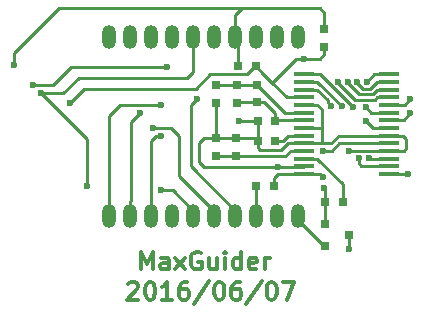
<source format=gbr>
G04 #@! TF.FileFunction,Copper,L1,Top,Signal*
%FSLAX46Y46*%
G04 Gerber Fmt 4.6, Leading zero omitted, Abs format (unit mm)*
G04 Created by KiCad (PCBNEW 4.1.0-alpha+201606051201+6884~45~ubuntu16.04.1-product) date Tue Jun  7 15:38:57 2016*
%MOMM*%
%LPD*%
G01*
G04 APERTURE LIST*
%ADD10C,0.100000*%
%ADD11C,0.300000*%
%ADD12R,0.750000X0.800000*%
%ADD13R,0.800000X0.750000*%
%ADD14R,0.800100X0.800100*%
%ADD15R,1.750000X0.450000*%
%ADD16O,1.200000X2.000000*%
%ADD17C,0.600000*%
%ADD18C,0.250000*%
G04 APERTURE END LIST*
D10*
D11*
X102671428Y-115103571D02*
X102671428Y-113603571D01*
X103171428Y-114675000D01*
X103671428Y-113603571D01*
X103671428Y-115103571D01*
X105028571Y-115103571D02*
X105028571Y-114317857D01*
X104957142Y-114175000D01*
X104814285Y-114103571D01*
X104528571Y-114103571D01*
X104385714Y-114175000D01*
X105028571Y-115032142D02*
X104885714Y-115103571D01*
X104528571Y-115103571D01*
X104385714Y-115032142D01*
X104314285Y-114889285D01*
X104314285Y-114746428D01*
X104385714Y-114603571D01*
X104528571Y-114532142D01*
X104885714Y-114532142D01*
X105028571Y-114460714D01*
X105600000Y-115103571D02*
X106385714Y-114103571D01*
X105600000Y-114103571D02*
X106385714Y-115103571D01*
X107742857Y-113675000D02*
X107600000Y-113603571D01*
X107385714Y-113603571D01*
X107171428Y-113675000D01*
X107028571Y-113817857D01*
X106957142Y-113960714D01*
X106885714Y-114246428D01*
X106885714Y-114460714D01*
X106957142Y-114746428D01*
X107028571Y-114889285D01*
X107171428Y-115032142D01*
X107385714Y-115103571D01*
X107528571Y-115103571D01*
X107742857Y-115032142D01*
X107814285Y-114960714D01*
X107814285Y-114460714D01*
X107528571Y-114460714D01*
X109100000Y-114103571D02*
X109100000Y-115103571D01*
X108457142Y-114103571D02*
X108457142Y-114889285D01*
X108528571Y-115032142D01*
X108671428Y-115103571D01*
X108885714Y-115103571D01*
X109028571Y-115032142D01*
X109100000Y-114960714D01*
X109814285Y-115103571D02*
X109814285Y-114103571D01*
X109814285Y-113603571D02*
X109742857Y-113675000D01*
X109814285Y-113746428D01*
X109885714Y-113675000D01*
X109814285Y-113603571D01*
X109814285Y-113746428D01*
X111171428Y-115103571D02*
X111171428Y-113603571D01*
X111171428Y-115032142D02*
X111028571Y-115103571D01*
X110742857Y-115103571D01*
X110600000Y-115032142D01*
X110528571Y-114960714D01*
X110457142Y-114817857D01*
X110457142Y-114389285D01*
X110528571Y-114246428D01*
X110600000Y-114175000D01*
X110742857Y-114103571D01*
X111028571Y-114103571D01*
X111171428Y-114175000D01*
X112457142Y-115032142D02*
X112314285Y-115103571D01*
X112028571Y-115103571D01*
X111885714Y-115032142D01*
X111814285Y-114889285D01*
X111814285Y-114317857D01*
X111885714Y-114175000D01*
X112028571Y-114103571D01*
X112314285Y-114103571D01*
X112457142Y-114175000D01*
X112528571Y-114317857D01*
X112528571Y-114460714D01*
X111814285Y-114603571D01*
X113171428Y-115103571D02*
X113171428Y-114103571D01*
X113171428Y-114389285D02*
X113242857Y-114246428D01*
X113314285Y-114175000D01*
X113457142Y-114103571D01*
X113600000Y-114103571D01*
X101600000Y-116296428D02*
X101671428Y-116225000D01*
X101814285Y-116153571D01*
X102171428Y-116153571D01*
X102314285Y-116225000D01*
X102385714Y-116296428D01*
X102457142Y-116439285D01*
X102457142Y-116582142D01*
X102385714Y-116796428D01*
X101528571Y-117653571D01*
X102457142Y-117653571D01*
X103385714Y-116153571D02*
X103528571Y-116153571D01*
X103671428Y-116225000D01*
X103742857Y-116296428D01*
X103814285Y-116439285D01*
X103885714Y-116725000D01*
X103885714Y-117082142D01*
X103814285Y-117367857D01*
X103742857Y-117510714D01*
X103671428Y-117582142D01*
X103528571Y-117653571D01*
X103385714Y-117653571D01*
X103242857Y-117582142D01*
X103171428Y-117510714D01*
X103100000Y-117367857D01*
X103028571Y-117082142D01*
X103028571Y-116725000D01*
X103100000Y-116439285D01*
X103171428Y-116296428D01*
X103242857Y-116225000D01*
X103385714Y-116153571D01*
X105314285Y-117653571D02*
X104457142Y-117653571D01*
X104885714Y-117653571D02*
X104885714Y-116153571D01*
X104742857Y-116367857D01*
X104600000Y-116510714D01*
X104457142Y-116582142D01*
X106600000Y-116153571D02*
X106314285Y-116153571D01*
X106171428Y-116225000D01*
X106100000Y-116296428D01*
X105957142Y-116510714D01*
X105885714Y-116796428D01*
X105885714Y-117367857D01*
X105957142Y-117510714D01*
X106028571Y-117582142D01*
X106171428Y-117653571D01*
X106457142Y-117653571D01*
X106600000Y-117582142D01*
X106671428Y-117510714D01*
X106742857Y-117367857D01*
X106742857Y-117010714D01*
X106671428Y-116867857D01*
X106600000Y-116796428D01*
X106457142Y-116725000D01*
X106171428Y-116725000D01*
X106028571Y-116796428D01*
X105957142Y-116867857D01*
X105885714Y-117010714D01*
X108457142Y-116082142D02*
X107171428Y-118010714D01*
X109242857Y-116153571D02*
X109385714Y-116153571D01*
X109528571Y-116225000D01*
X109600000Y-116296428D01*
X109671428Y-116439285D01*
X109742857Y-116725000D01*
X109742857Y-117082142D01*
X109671428Y-117367857D01*
X109600000Y-117510714D01*
X109528571Y-117582142D01*
X109385714Y-117653571D01*
X109242857Y-117653571D01*
X109100000Y-117582142D01*
X109028571Y-117510714D01*
X108957142Y-117367857D01*
X108885714Y-117082142D01*
X108885714Y-116725000D01*
X108957142Y-116439285D01*
X109028571Y-116296428D01*
X109100000Y-116225000D01*
X109242857Y-116153571D01*
X111028571Y-116153571D02*
X110742857Y-116153571D01*
X110600000Y-116225000D01*
X110528571Y-116296428D01*
X110385714Y-116510714D01*
X110314285Y-116796428D01*
X110314285Y-117367857D01*
X110385714Y-117510714D01*
X110457142Y-117582142D01*
X110600000Y-117653571D01*
X110885714Y-117653571D01*
X111028571Y-117582142D01*
X111100000Y-117510714D01*
X111171428Y-117367857D01*
X111171428Y-117010714D01*
X111100000Y-116867857D01*
X111028571Y-116796428D01*
X110885714Y-116725000D01*
X110600000Y-116725000D01*
X110457142Y-116796428D01*
X110385714Y-116867857D01*
X110314285Y-117010714D01*
X112885714Y-116082142D02*
X111600000Y-118010714D01*
X113671428Y-116153571D02*
X113814285Y-116153571D01*
X113957142Y-116225000D01*
X114028571Y-116296428D01*
X114100000Y-116439285D01*
X114171428Y-116725000D01*
X114171428Y-117082142D01*
X114100000Y-117367857D01*
X114028571Y-117510714D01*
X113957142Y-117582142D01*
X113814285Y-117653571D01*
X113671428Y-117653571D01*
X113528571Y-117582142D01*
X113457142Y-117510714D01*
X113385714Y-117367857D01*
X113314285Y-117082142D01*
X113314285Y-116725000D01*
X113385714Y-116439285D01*
X113457142Y-116296428D01*
X113528571Y-116225000D01*
X113671428Y-116153571D01*
X114671428Y-116153571D02*
X115671428Y-116153571D01*
X115028571Y-117653571D01*
D12*
X118200000Y-96250000D03*
X118200000Y-94750000D03*
D13*
X119750000Y-109400000D03*
X118250000Y-109400000D03*
X113950000Y-108000000D03*
X112450000Y-108000000D03*
X110900000Y-97900000D03*
X112400000Y-97900000D03*
X114050000Y-104200000D03*
X112550000Y-104200000D03*
D12*
X112500000Y-100950000D03*
X112500000Y-99450000D03*
X110800000Y-101000000D03*
X110800000Y-99500000D03*
X110700000Y-105500000D03*
X110700000Y-104000000D03*
D13*
X114050000Y-102500000D03*
X112550000Y-102500000D03*
D12*
X109000000Y-99500000D03*
X109000000Y-101000000D03*
X109000000Y-105500000D03*
X109000000Y-104000000D03*
D14*
X118299240Y-111250000D03*
X118299240Y-113150000D03*
X120298220Y-112200000D03*
D15*
X123700000Y-107025000D03*
X123700000Y-106375000D03*
X123700000Y-105725000D03*
X123700000Y-105075000D03*
X123700000Y-104425000D03*
X123700000Y-103775000D03*
X123700000Y-103125000D03*
X123700000Y-102475000D03*
X123700000Y-101825000D03*
X123700000Y-101175000D03*
X123700000Y-100525000D03*
X123700000Y-99875000D03*
X123700000Y-99225000D03*
X123700000Y-98575000D03*
X116500000Y-98575000D03*
X116500000Y-99225000D03*
X116500000Y-99875000D03*
X116500000Y-100525000D03*
X116500000Y-101175000D03*
X116500000Y-101825000D03*
X116500000Y-102475000D03*
X116500000Y-103125000D03*
X116500000Y-103775000D03*
X116500000Y-104425000D03*
X116500000Y-105075000D03*
X116500000Y-105725000D03*
X116500000Y-106375000D03*
X116500000Y-107025000D03*
D16*
X99999000Y-95450000D03*
X99999000Y-110550000D03*
X101777000Y-95450000D03*
X101777000Y-110550000D03*
X103555000Y-95450000D03*
X103555000Y-110550000D03*
X105333000Y-95450000D03*
X105333000Y-110550000D03*
X107111000Y-95450000D03*
X107111000Y-110550000D03*
X108889000Y-95450000D03*
X108889000Y-110550000D03*
X110667000Y-95450000D03*
X110667000Y-110550000D03*
X112445000Y-95450000D03*
X112445000Y-110550000D03*
X114223000Y-95450000D03*
X114223000Y-110550000D03*
X116001000Y-95450000D03*
X116001000Y-110550000D03*
D17*
X116500000Y-97300000D03*
X96689853Y-100989853D03*
X118100000Y-105050000D03*
X118100000Y-107300000D03*
X91900000Y-97800000D03*
X120300000Y-105050000D03*
X104400000Y-108400000D03*
X111000000Y-102500000D03*
X114300000Y-106400000D03*
X118200000Y-108200000D03*
X98100000Y-108000000D03*
X94200000Y-100200000D03*
X104900000Y-97975001D03*
X93500000Y-99500000D03*
X107400000Y-100700000D03*
X122000000Y-105700000D03*
X121100000Y-105700000D03*
X125300000Y-107000000D03*
X120594669Y-101315325D03*
X119697730Y-101302270D03*
X118800000Y-101300000D03*
X121700000Y-102500000D03*
X125500000Y-101900000D03*
X121700000Y-101350021D03*
X125500000Y-100700000D03*
X119399994Y-99200000D03*
X120199997Y-99200000D03*
X121000000Y-99200000D03*
X121800000Y-99200000D03*
X120300000Y-113400000D03*
X104400000Y-101200000D03*
X102600000Y-101825000D03*
X103700000Y-103100000D03*
X104400000Y-103800000D03*
D18*
X118100000Y-105050000D02*
X118800000Y-105050000D01*
X123700000Y-104425000D02*
X119436410Y-104425000D01*
X118811410Y-105050000D02*
X118800000Y-105050000D01*
X119436410Y-104425000D02*
X118811410Y-105050000D01*
X111674999Y-98600001D02*
X108500000Y-98600001D01*
X96689853Y-100989853D02*
X97879706Y-99800000D01*
X97879706Y-99800000D02*
X107300001Y-99800000D01*
X107300001Y-99800000D02*
X108500000Y-98600001D01*
X117800000Y-97300000D02*
X118200000Y-96900000D01*
X118200000Y-96900000D02*
X118200000Y-96250000D01*
X116500000Y-97300000D02*
X117800000Y-97300000D01*
X115700000Y-97400000D02*
X115800000Y-97300000D01*
X115800000Y-97300000D02*
X116500000Y-97300000D01*
X115200000Y-97900000D02*
X115700000Y-97400000D01*
X112400000Y-97900000D02*
X112375000Y-97900000D01*
X112375000Y-97900000D02*
X111674999Y-98600001D01*
X114500000Y-98600000D02*
X115200000Y-97900000D01*
X113800000Y-99300000D02*
X114500000Y-98600000D01*
X116500000Y-107025000D02*
X117825000Y-107025000D01*
X117825000Y-107025000D02*
X118100000Y-107300000D01*
X113800000Y-99300000D02*
X113050000Y-98550000D01*
X115025000Y-100525000D02*
X113800000Y-99300000D01*
X118200000Y-96275000D02*
X118200000Y-96250000D01*
X116500000Y-107025000D02*
X114300000Y-107025000D01*
X114300000Y-107025000D02*
X113950000Y-107375000D01*
X113950000Y-107375000D02*
X113950000Y-108000000D01*
X116500000Y-100525000D02*
X115025000Y-100525000D01*
X113050000Y-98550000D02*
X113050000Y-98525000D01*
X113050000Y-98525000D02*
X112425000Y-97900000D01*
X112425000Y-97900000D02*
X112400000Y-97900000D01*
X95700000Y-93000000D02*
X91900000Y-96800000D01*
X91900000Y-96800000D02*
X91900000Y-97800000D01*
X111200000Y-93000000D02*
X95700000Y-93000000D01*
X123700000Y-105075000D02*
X120325000Y-105075000D01*
X120325000Y-105075000D02*
X120300000Y-105050000D01*
X118000000Y-104425000D02*
X118800000Y-104425000D01*
X123700000Y-103775000D02*
X119450000Y-103775000D01*
X119450000Y-103775000D02*
X118800000Y-104425000D01*
X125150000Y-104850000D02*
X124925000Y-105075000D01*
X124925000Y-105075000D02*
X123700000Y-105075000D01*
X125150000Y-104100000D02*
X125150000Y-104850000D01*
X123700000Y-103775000D02*
X124825000Y-103775000D01*
X124825000Y-103775000D02*
X125150000Y-104100000D01*
X104400000Y-108400000D02*
X105361000Y-108400000D01*
X105361000Y-108400000D02*
X107111000Y-110150000D01*
X107111000Y-110150000D02*
X107111000Y-110550000D01*
X112550000Y-102500000D02*
X111000000Y-102500000D01*
X109000000Y-102400000D02*
X109000000Y-104000000D01*
X109000000Y-101650000D02*
X109000000Y-102400000D01*
X116500000Y-104425000D02*
X115111410Y-104425000D01*
X115111410Y-104425000D02*
X114536410Y-105000000D01*
X114536410Y-105000000D02*
X112725000Y-105000000D01*
X112725000Y-105000000D02*
X112550000Y-104825000D01*
X112550000Y-104825000D02*
X112550000Y-104200000D01*
X114300000Y-106400000D02*
X108000000Y-106400000D01*
X107600000Y-106000000D02*
X107600000Y-104400000D01*
X108000000Y-106400000D02*
X107600000Y-106000000D01*
X107600000Y-104400000D02*
X108000000Y-104000000D01*
X108000000Y-104000000D02*
X109000000Y-104000000D01*
X118000000Y-101550000D02*
X118000000Y-103100000D01*
X118000000Y-103100000D02*
X118000000Y-104425000D01*
X116500000Y-103125000D02*
X117975000Y-103125000D01*
X117975000Y-103125000D02*
X118000000Y-103100000D01*
X116500000Y-104425000D02*
X118000000Y-104425000D01*
X116500000Y-101175000D02*
X117625000Y-101175000D01*
X117625000Y-101175000D02*
X118000000Y-101550000D01*
X114300000Y-106400000D02*
X116475000Y-106400000D01*
X116475000Y-106400000D02*
X116500000Y-106375000D01*
X118200000Y-94750000D02*
X118200000Y-93400000D01*
X110667000Y-93533000D02*
X110667000Y-95450000D01*
X118200000Y-93400000D02*
X117800000Y-93000000D01*
X117800000Y-93000000D02*
X111200000Y-93000000D01*
X111200000Y-93000000D02*
X110667000Y-93533000D01*
X112450000Y-108000000D02*
X112450000Y-110545000D01*
X112450000Y-110545000D02*
X112445000Y-110550000D01*
X110900000Y-97900000D02*
X110900000Y-95683000D01*
X110900000Y-95683000D02*
X110667000Y-95450000D01*
X112550000Y-102500000D02*
X112550000Y-104200000D01*
X110700000Y-104000000D02*
X112350000Y-104000000D01*
X112350000Y-104000000D02*
X112550000Y-104200000D01*
X109000000Y-104000000D02*
X110700000Y-104000000D01*
X109000000Y-101000000D02*
X109000000Y-101650000D01*
X119750000Y-109400000D02*
X119750000Y-107850000D01*
X119750000Y-107850000D02*
X117625000Y-105725000D01*
X117625000Y-105725000D02*
X116500000Y-105725000D01*
X118250000Y-109400000D02*
X118250000Y-108250000D01*
X118250000Y-108250000D02*
X118200000Y-108200000D01*
X118299240Y-111250000D02*
X118299240Y-109449240D01*
X118299240Y-109449240D02*
X118250000Y-109400000D01*
X114050000Y-104200000D02*
X114700000Y-104200000D01*
X114700000Y-104200000D02*
X115125000Y-103775000D01*
X115125000Y-103775000D02*
X115375000Y-103775000D01*
X115375000Y-103775000D02*
X116500000Y-103775000D01*
X112500000Y-100950000D02*
X110850000Y-100950000D01*
X110850000Y-100950000D02*
X110800000Y-101000000D01*
X114050000Y-102500000D02*
X114050000Y-101875000D01*
X113125000Y-100950000D02*
X112500000Y-100950000D01*
X114050000Y-101875000D02*
X113125000Y-100950000D01*
X116500000Y-102475000D02*
X114075000Y-102475000D01*
X114075000Y-102475000D02*
X114050000Y-102500000D01*
X110800000Y-99500000D02*
X109000000Y-99500000D01*
X112500000Y-99450000D02*
X110850000Y-99450000D01*
X110850000Y-99450000D02*
X110800000Y-99500000D01*
X116500000Y-101825000D02*
X114850000Y-101825000D01*
X114850000Y-101825000D02*
X112500000Y-99475000D01*
X112500000Y-99475000D02*
X112500000Y-99450000D01*
X110700000Y-105500000D02*
X115000000Y-105500000D01*
X115000000Y-105500000D02*
X115000000Y-105450000D01*
X115000000Y-105450000D02*
X115375000Y-105075000D01*
X115375000Y-105075000D02*
X116500000Y-105075000D01*
X109000000Y-105500000D02*
X110700000Y-105500000D01*
X97400000Y-98900000D02*
X96100000Y-100200000D01*
X96100000Y-100200000D02*
X94200000Y-100200000D01*
X106600000Y-98900000D02*
X97400000Y-98900000D01*
X107111000Y-98389000D02*
X106600000Y-98900000D01*
X107111000Y-95450000D02*
X107111000Y-98389000D01*
X94200000Y-100200000D02*
X98100000Y-104100000D01*
X98100000Y-104100000D02*
X98100000Y-108000000D01*
X95200000Y-99500000D02*
X96724999Y-97975001D01*
X93500000Y-99500000D02*
X93924264Y-99500000D01*
X93924264Y-99500000D02*
X95200000Y-99500000D01*
X96724999Y-97975001D02*
X104900000Y-97975001D01*
X107400000Y-100700000D02*
X106900000Y-101200000D01*
X106900000Y-101200000D02*
X106900000Y-106383000D01*
X106900000Y-106383000D02*
X110667000Y-110150000D01*
X110667000Y-110150000D02*
X110667000Y-110550000D01*
X123700000Y-105725000D02*
X122025000Y-105725000D01*
X122025000Y-105725000D02*
X122000000Y-105700000D01*
X123700000Y-106375000D02*
X121800000Y-106375000D01*
X121100000Y-105700000D02*
X121100000Y-106124264D01*
X121100000Y-106124264D02*
X121350736Y-106375000D01*
X121350736Y-106375000D02*
X121800000Y-106375000D01*
X123700000Y-107025000D02*
X125275000Y-107025000D01*
X125275000Y-107025000D02*
X125300000Y-107000000D01*
X120594669Y-101315325D02*
X117854344Y-98575000D01*
X117854344Y-98575000D02*
X116500000Y-98575000D01*
X116500000Y-99225000D02*
X117625000Y-99225000D01*
X117625000Y-99225000D02*
X119697730Y-101297730D01*
X119697730Y-101297730D02*
X119697730Y-101302270D01*
X118800000Y-101300000D02*
X118500001Y-101000001D01*
X118500001Y-100750001D02*
X117625000Y-99875000D01*
X118500001Y-101000001D02*
X118500001Y-100750001D01*
X117625000Y-99875000D02*
X116500000Y-99875000D01*
X123700000Y-103125000D02*
X122325000Y-103125000D01*
X122325000Y-103125000D02*
X121700000Y-102500000D01*
X123700000Y-102475000D02*
X124925000Y-102475000D01*
X124925000Y-102475000D02*
X125500000Y-101900000D01*
X123700000Y-101825000D02*
X122174979Y-101825000D01*
X122174979Y-101825000D02*
X121700000Y-101350021D01*
X123700000Y-101175000D02*
X125025000Y-101175000D01*
X125025000Y-101175000D02*
X125500000Y-100700000D01*
X123700000Y-100525000D02*
X122672822Y-100525000D01*
X122672822Y-100525000D02*
X122472801Y-100725021D01*
X122472801Y-100725021D02*
X120800016Y-100725021D01*
X120800016Y-100725021D02*
X119399994Y-99324999D01*
X119399994Y-99324999D02*
X119399994Y-99200000D01*
X123700000Y-99875000D02*
X122686412Y-99875000D01*
X122686412Y-99875000D02*
X122286401Y-100275011D01*
X122286401Y-100275011D02*
X121150009Y-100275011D01*
X121150009Y-100275011D02*
X120199997Y-99324999D01*
X120199997Y-99324999D02*
X120199997Y-99200000D01*
X123700000Y-99225000D02*
X122700002Y-99225000D01*
X122700002Y-99225000D02*
X122100001Y-99825001D01*
X122100001Y-99825001D02*
X121499999Y-99825001D01*
X121000000Y-99325002D02*
X121000000Y-99200000D01*
X121499999Y-99825001D02*
X121000000Y-99325002D01*
X123700000Y-98575000D02*
X122425000Y-98575000D01*
X122425000Y-98575000D02*
X121800000Y-99200000D01*
X116001000Y-110550000D02*
X116001000Y-110950000D01*
X116001000Y-110950000D02*
X118201000Y-113150000D01*
X118201000Y-113150000D02*
X118299240Y-113150000D01*
X120300000Y-113400000D02*
X120300000Y-112201780D01*
X120300000Y-112201780D02*
X120298220Y-112200000D01*
X100900000Y-101200000D02*
X99999000Y-102101000D01*
X99999000Y-102101000D02*
X99999000Y-110550000D01*
X104400000Y-101200000D02*
X100900000Y-101200000D01*
X101800000Y-109277000D02*
X101800000Y-102625000D01*
X101800000Y-102625000D02*
X102600000Y-101825000D01*
X101777000Y-110550000D02*
X101777000Y-109300000D01*
X101777000Y-109300000D02*
X101800000Y-109277000D01*
X103700000Y-103100000D02*
X105200000Y-103100000D01*
X105200000Y-103100000D02*
X105900000Y-103800000D01*
X105900000Y-103800000D02*
X105900000Y-107161000D01*
X105900000Y-107161000D02*
X108889000Y-110150000D01*
X108889000Y-110150000D02*
X108889000Y-110550000D01*
X104400000Y-103800000D02*
X103975736Y-103800000D01*
X103975736Y-103800000D02*
X103555000Y-104220736D01*
X103555000Y-104220736D02*
X103555000Y-109300000D01*
X103555000Y-109300000D02*
X103555000Y-110550000D01*
M02*

</source>
